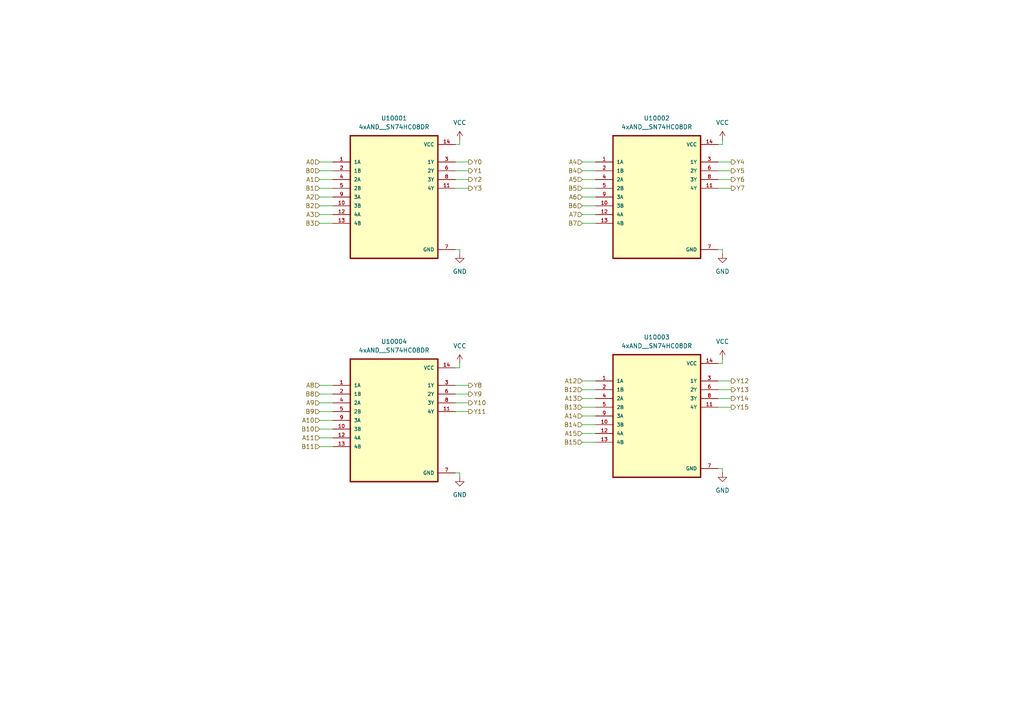
<source format=kicad_sch>
(kicad_sch (version 20250114) (generator "eeschema") (generator_version "9.0")
  (paper "A4")
  (title_block (title "16 bit AND") (company "AGH Logic Unit") (comment 1 "mALUch project"))
  (lib_symbols
    (symbol "mALUch_lib:4xAND__SN74HC08DR" (pin_names (offset 1.016))
      (property "Reference" "U" (at -12.7 18.78 0))
      (property "Value" "4xAND__SN74HC08DR" (at -12.7 -21.78 0))
      (symbol "4xAND__SN74HC08DR_0_0"
        (rectangle (start -12.7 -17.78) (end 12.7 17.78) (stroke (width 0.41)) (fill (type background)))
        (pin input line (at -17.78 10.16 0) (length 5.08) (name "1A") (number "1"))
        (pin input line (at -17.78 7.62 0) (length 5.08) (name "1B") (number "2"))
        (pin input line (at -17.78 5.08 0) (length 5.08) (name "2A") (number "4"))
        (pin input line (at -17.78 2.54 0) (length 5.08) (name "2B") (number "5"))
        (pin input line (at -17.78 0 0) (length 5.08) (name "3A") (number "9"))
        (pin input line (at -17.78 -2.54 0) (length 5.08) (name "3B") (number "10"))
        (pin input line (at -17.78 -5.08 0) (length 5.08) (name "4A") (number "12"))
        (pin input line (at -17.78 -7.62 0) (length 5.08) (name "4B") (number "13"))
        (pin power_in line (at 17.78 15.24 180) (length 5.08) (name "VCC") (number "14"))
        (pin output line (at 17.78 10.16 180) (length 5.08) (name "1Y") (number "3"))
        (pin output line (at 17.78 7.62 180) (length 5.08) (name "2Y") (number "6"))
        (pin output line (at 17.78 5.08 180) (length 5.08) (name "3Y") (number "8"))
        (pin output line (at 17.78 2.54 180) (length 5.08) (name "4Y") (number "11"))
        (pin power_in line (at 17.78 -15.24 180) (length 5.08) (name "GND") (number "7"))
      )
    )
    (symbol "power:GND" (power) (pin_numbers (hide yes)) (pin_names (offset 0) (hide yes))
      (property "Value" "GND" (at 0 -3.81 0))
      (symbol "GND_0_1"
        (polyline (pts (xy 0 0) (xy 0 -1.27) (xy 1.27 -1.27) (xy 0 -2.54) (xy -1.27 -1.27) (xy 0 -1.27)))
      )
      (symbol "GND_1_1"
        (pin power_in line (at 0 0 270) (length 0) (name "~") (number "1"))
      )
    )
    (symbol "power:VCC" (power) (pin_numbers (hide yes)) (pin_names (offset 0) (hide yes))
      (property "Value" "VCC" (at 0 3.556 0))
      (symbol "VCC_0_1"
        (polyline (pts (xy -0.762 1.27) (xy 0 2.54)))
        (polyline (pts (xy 0 2.54) (xy 0.762 1.27)))
        (polyline (pts (xy 0 0) (xy 0 2.54)))
      )
      (symbol "VCC_1_1"
        (pin power_in line (at 0 0 90) (length 0) (name "~") (number "1"))
      )
    )
  )
  (wire (pts (xy 133.35 138.43) (xy 133.35 137.16)))
  (wire (pts (xy 168.91 120.65) (xy 172.72 120.65)))
  (wire (pts (xy 133.35 105.41) (xy 133.35 106.68)))
  (wire (pts (xy 168.91 123.19) (xy 172.72 123.19)))
  (wire (pts (xy 133.35 41.91) (xy 132.08 41.91)))
  (wire (pts (xy 92.71 116.84) (xy 96.52 116.84)))
  (wire (pts (xy 132.08 46.99) (xy 135.89 46.99)))
  (wire (pts (xy 208.28 49.53) (xy 212.09 49.53)))
  (wire (pts (xy 168.91 115.57) (xy 172.72 115.57)))
  (wire (pts (xy 92.71 49.53) (xy 96.52 49.53)))
  (wire (pts (xy 132.08 119.38) (xy 135.89 119.38)))
  (wire (pts (xy 168.91 125.73) (xy 172.72 125.73)))
  (wire (pts (xy 92.71 114.3) (xy 96.52 114.3)))
  (wire (pts (xy 92.71 59.69) (xy 96.52 59.69)))
  (wire (pts (xy 209.55 41.91) (xy 208.28 41.91)))
  (wire (pts (xy 209.55 104.14) (xy 209.55 105.41)))
  (wire (pts (xy 209.55 73.66) (xy 209.55 72.39)))
  (wire (pts (xy 92.71 64.77) (xy 96.52 64.77)))
  (wire (pts (xy 208.28 110.49) (xy 212.09 110.49)))
  (wire (pts (xy 133.35 106.68) (xy 132.08 106.68)))
  (wire (pts (xy 92.71 121.92) (xy 96.52 121.92)))
  (wire (pts (xy 208.28 113.03) (xy 212.09 113.03)))
  (wire (pts (xy 209.55 105.41) (xy 208.28 105.41)))
  (wire (pts (xy 92.71 124.46) (xy 96.52 124.46)))
  (wire (pts (xy 92.71 46.99) (xy 96.52 46.99)))
  (wire (pts (xy 133.35 40.64) (xy 133.35 41.91)))
  (wire (pts (xy 209.55 137.16) (xy 209.55 135.89)))
  (wire (pts (xy 168.91 128.27) (xy 172.72 128.27)))
  (wire (pts (xy 132.08 116.84) (xy 135.89 116.84)))
  (wire (pts (xy 133.35 73.66) (xy 133.35 72.39)))
  (wire (pts (xy 168.91 118.11) (xy 172.72 118.11)))
  (wire (pts (xy 168.91 54.61) (xy 172.72 54.61)))
  (wire (pts (xy 132.08 54.61) (xy 135.89 54.61)))
  (wire (pts (xy 132.08 114.3) (xy 135.89 114.3)))
  (wire (pts (xy 92.71 62.23) (xy 96.52 62.23)))
  (wire (pts (xy 168.91 46.99) (xy 172.72 46.99)))
  (wire (pts (xy 209.55 40.64) (xy 209.55 41.91)))
  (wire (pts (xy 209.55 72.39) (xy 208.28 72.39)))
  (wire (pts (xy 92.71 111.76) (xy 96.52 111.76)))
  (wire (pts (xy 92.71 119.38) (xy 96.52 119.38)))
  (wire (pts (xy 209.55 135.89) (xy 208.28 135.89)))
  (wire (pts (xy 168.91 113.03) (xy 172.72 113.03)))
  (wire (pts (xy 92.71 54.61) (xy 96.52 54.61)))
  (wire (pts (xy 168.91 62.23) (xy 172.72 62.23)))
  (wire (pts (xy 168.91 110.49) (xy 172.72 110.49)))
  (wire (pts (xy 208.28 118.11) (xy 212.09 118.11)))
  (wire (pts (xy 168.91 57.15) (xy 172.72 57.15)))
  (wire (pts (xy 92.71 129.54) (xy 96.52 129.54)))
  (wire (pts (xy 92.71 127) (xy 96.52 127)))
  (wire (pts (xy 132.08 49.53) (xy 135.89 49.53)))
  (wire (pts (xy 208.28 52.07) (xy 212.09 52.07)))
  (wire (pts (xy 168.91 49.53) (xy 172.72 49.53)))
  (wire (pts (xy 132.08 111.76) (xy 135.89 111.76)))
  (wire (pts (xy 92.71 52.07) (xy 96.52 52.07)))
  (wire (pts (xy 133.35 72.39) (xy 132.08 72.39)))
  (wire (pts (xy 168.91 59.69) (xy 172.72 59.69)))
  (wire (pts (xy 92.71 57.15) (xy 96.52 57.15)))
  (wire (pts (xy 208.28 115.57) (xy 212.09 115.57)))
  (wire (pts (xy 168.91 52.07) (xy 172.72 52.07)))
  (wire (pts (xy 208.28 46.99) (xy 212.09 46.99)))
  (wire (pts (xy 208.28 54.61) (xy 212.09 54.61)))
  (wire (pts (xy 132.08 137.16) (xy 133.35 137.16)))
  (wire (pts (xy 132.08 52.07) (xy 135.89 52.07)))
  (wire (pts (xy 168.91 64.77) (xy 172.72 64.77)))
  (hierarchical_label "A1" (shape input) (at 92.71 52.07 180))
  (hierarchical_label "A2" (shape input) (at 92.71 57.15 180))
  (hierarchical_label "A3" (shape input) (at 92.71 62.23 180))
  (hierarchical_label "A0" (shape input) (at 92.71 46.99 180))
  (hierarchical_label "A6" (shape input) (at 168.91 57.15 180))
  (hierarchical_label "A7" (shape input) (at 168.91 62.23 180))
  (hierarchical_label "A4" (shape input) (at 168.91 46.99 180))
  (hierarchical_label "A5" (shape input) (at 168.91 52.07 180))
  (hierarchical_label "A14" (shape input) (at 168.91 120.65 180))
  (hierarchical_label "A15" (shape input) (at 168.91 125.73 180))
  (hierarchical_label "A12" (shape input) (at 168.91 110.49 180))
  (hierarchical_label "A13" (shape input) (at 168.91 115.57 180))
  (hierarchical_label "A8" (shape input) (at 92.71 111.76 180))
  (hierarchical_label "A9" (shape input) (at 92.71 116.84 180))
  (hierarchical_label "A10" (shape input) (at 92.71 121.92 180))
  (hierarchical_label "A11" (shape input) (at 92.71 127 180))
  (hierarchical_label "B0" (shape input) (at 92.71 49.53 180))
  (hierarchical_label "B1" (shape input) (at 92.71 54.61 180))
  (hierarchical_label "B2" (shape input) (at 92.71 59.69 180))
  (hierarchical_label "B3" (shape input) (at 92.71 64.77 180))
  (hierarchical_label "B7" (shape input) (at 168.91 64.77 180))
  (hierarchical_label "B5" (shape input) (at 168.91 54.61 180))
  (hierarchical_label "B6" (shape input) (at 168.91 59.69 180))
  (hierarchical_label "B4" (shape input) (at 168.91 49.53 180))
  (hierarchical_label "B15" (shape input) (at 168.91 128.27 180))
  (hierarchical_label "B13" (shape input) (at 168.91 118.11 180))
  (hierarchical_label "B14" (shape input) (at 168.91 123.19 180))
  (hierarchical_label "B12" (shape input) (at 168.91 113.03 180))
  (hierarchical_label "B8" (shape input) (at 92.71 114.3 180))
  (hierarchical_label "B9" (shape input) (at 92.71 119.38 180))
  (hierarchical_label "B10" (shape input) (at 92.71 124.46 180))
  (hierarchical_label "B11" (shape input) (at 92.71 129.54 180))
  (hierarchical_label "Y0" (shape output) (at 135.89 46.99 0))
  (hierarchical_label "Y1" (shape output) (at 135.89 49.53 0))
  (hierarchical_label "Y2" (shape output) (at 135.89 52.07 0))
  (hierarchical_label "Y3" (shape output) (at 135.89 54.61 0))
  (hierarchical_label "Y4" (shape output) (at 212.09 46.99 0))
  (hierarchical_label "Y5" (shape output) (at 212.09 49.53 0))
  (hierarchical_label "Y6" (shape output) (at 212.09 52.07 0))
  (hierarchical_label "Y7" (shape output) (at 212.09 54.61 0))
  (hierarchical_label "Y12" (shape output) (at 212.09 110.49 0))
  (hierarchical_label "Y13" (shape output) (at 212.09 113.03 0))
  (hierarchical_label "Y14" (shape output) (at 212.09 115.57 0))
  (hierarchical_label "Y15" (shape output) (at 212.09 118.11 0))
  (hierarchical_label "Y8" (shape output) (at 135.89 111.76 0))
  (hierarchical_label "Y9" (shape output) (at 135.89 114.3 0))
  (hierarchical_label "Y10" (shape output) (at 135.89 116.84 0))
  (hierarchical_label "Y11" (shape output) (at 135.89 119.38 0))
  (symbol (lib_id "mALUch_lib:4xAND__SN74HC08DR") (at 114.3 57.15 0) (unit 1)
    (property "Reference" "U10001" (at 114.3 34.29 0))
    (property "Value" "4xAND__SN74HC08DR" (at 114.3 36.83 0))
    (property "Footprint" "mALUch_lib:SOIC127P600X175-14N" (effects (hide yes)))
    (property "MF" "Texas Instruments" (effects (hide yes)))
    (property "Description_1" "4-ch, 2-input, 2-V to 6-V 5.2 mA drive strength AND gate" (effects (hide yes)))
    (property "Package" "SOIC-14 Texas Instruments" (effects (hide yes)))
    (property "Price" "None" (effects (hide yes)))
    (property "SnapEDA_Link" "https://www.snapeda.com/parts/SN74HC08DR/Texas+Instruments/view-part/?ref=snap" (effects (hide yes)))
    (property "MP" "SN74HC08DR" (effects (hide yes)))
    (property "Availability" "In Stock" (effects (hide yes)))
    (property "Check_prices" "https://www.snapeda.com/parts/SN74HC08DR/Texas+Instruments/view-part/?ref=eda" (effects (hide yes)))
  )
  (symbol (lib_id "power:VCC") (at 209.55 104.14 0) (unit 1)
    (property "Reference" "#PWR010005" (effects (hide yes)))
    (property "Value" "VCC" (at 209.55 99.06 0))
    (property "Description" "Power symbol creates a global label with name \"VCC\"" (effects (hide yes)))
  )
  (symbol (lib_id "power:GND") (at 209.55 73.66 0) (unit 1)
    (property "Reference" "#PWR010004" (effects (hide yes)))
    (property "Value" "GND" (at 209.55 78.74 0))
    (property "Description" "Power symbol creates a global label with name \"GND\" , ground" (effects (hide yes)))
  )
  (symbol (lib_id "mALUch_lib:4xAND__SN74HC08DR") (at 190.5 57.15 0) (unit 1)
    (property "Reference" "U10002" (at 190.5 34.29 0))
    (property "Value" "4xAND__SN74HC08DR" (at 190.5 36.83 0))
    (property "Footprint" "mALUch_lib:SOIC127P600X175-14N" (effects (hide yes)))
    (property "MF" "Texas Instruments" (effects (hide yes)))
    (property "Description_1" "4-ch, 2-input, 2-V to 6-V 5.2 mA drive strength AND gate" (effects (hide yes)))
    (property "Package" "SOIC-14 Texas Instruments" (effects (hide yes)))
    (property "Price" "None" (effects (hide yes)))
    (property "SnapEDA_Link" "https://www.snapeda.com/parts/SN74HC08DR/Texas+Instruments/view-part/?ref=snap" (effects (hide yes)))
    (property "MP" "SN74HC08DR" (effects (hide yes)))
    (property "Availability" "In Stock" (effects (hide yes)))
    (property "Check_prices" "https://www.snapeda.com/parts/SN74HC08DR/Texas+Instruments/view-part/?ref=eda" (effects (hide yes)))
  )
  (symbol (lib_id "power:GND") (at 133.35 138.43 0) (unit 1)
    (property "Reference" "#PWR010008" (effects (hide yes)))
    (property "Value" "GND" (at 133.35 143.51 0))
    (property "Description" "Power symbol creates a global label with name \"GND\" , ground" (effects (hide yes)))
  )
  (symbol (lib_id "mALUch_lib:4xAND__SN74HC08DR") (at 114.3 121.92 0) (unit 1)
    (property "Reference" "U10004" (at 114.3 99.06 0))
    (property "Value" "4xAND__SN74HC08DR" (at 114.3 101.6 0))
    (property "Footprint" "mALUch_lib:SOIC127P600X175-14N" (effects (hide yes)))
    (property "MF" "Texas Instruments" (effects (hide yes)))
    (property "Description_1" "4-ch, 2-input, 2-V to 6-V 5.2 mA drive strength AND gate" (effects (hide yes)))
    (property "Package" "SOIC-14 Texas Instruments" (effects (hide yes)))
    (property "Price" "None" (effects (hide yes)))
    (property "SnapEDA_Link" "https://www.snapeda.com/parts/SN74HC08DR/Texas+Instruments/view-part/?ref=snap" (effects (hide yes)))
    (property "MP" "SN74HC08DR" (effects (hide yes)))
    (property "Availability" "In Stock" (effects (hide yes)))
    (property "Check_prices" "https://www.snapeda.com/parts/SN74HC08DR/Texas+Instruments/view-part/?ref=eda" (effects (hide yes)))
  )
  (symbol (lib_id "power:VCC") (at 133.35 40.64 0) (unit 1)
    (property "Reference" "#PWR010001" (effects (hide yes)))
    (property "Value" "VCC" (at 133.35 35.56 0))
    (property "Description" "Power symbol creates a global label with name \"VCC\"" (effects (hide yes)))
  )
  (symbol (lib_id "power:VCC") (at 209.55 40.64 0) (unit 1)
    (property "Reference" "#PWR010002" (effects (hide yes)))
    (property "Value" "VCC" (at 209.55 35.56 0))
    (property "Description" "Power symbol creates a global label with name \"VCC\"" (effects (hide yes)))
  )
  (symbol (lib_id "power:GND") (at 209.55 137.16 0) (unit 1)
    (property "Reference" "#PWR010007" (effects (hide yes)))
    (property "Value" "GND" (at 209.55 142.24 0))
    (property "Description" "Power symbol creates a global label with name \"GND\" , ground" (effects (hide yes)))
  )
  (symbol (lib_id "mALUch_lib:4xAND__SN74HC08DR") (at 190.5 120.65 0) (unit 1)
    (property "Reference" "U10003" (at 190.5 97.79 0))
    (property "Value" "4xAND__SN74HC08DR" (at 190.5 100.33 0))
    (property "Footprint" "mALUch_lib:SOIC127P600X175-14N" (effects (hide yes)))
    (property "MF" "Texas Instruments" (effects (hide yes)))
    (property "Description_1" "4-ch, 2-input, 2-V to 6-V 5.2 mA drive strength AND gate" (effects (hide yes)))
    (property "Package" "SOIC-14 Texas Instruments" (effects (hide yes)))
    (property "Price" "None" (effects (hide yes)))
    (property "SnapEDA_Link" "https://www.snapeda.com/parts/SN74HC08DR/Texas+Instruments/view-part/?ref=snap" (effects (hide yes)))
    (property "MP" "SN74HC08DR" (effects (hide yes)))
    (property "Availability" "In Stock" (effects (hide yes)))
    (property "Check_prices" "https://www.snapeda.com/parts/SN74HC08DR/Texas+Instruments/view-part/?ref=eda" (effects (hide yes)))
  )
  (symbol (lib_id "power:VCC") (at 133.35 105.41 0) (unit 1)
    (property "Reference" "#PWR010006" (effects (hide yes)))
    (property "Value" "VCC" (at 133.35 100.33 0))
    (property "Description" "Power symbol creates a global label with name \"VCC\"" (effects (hide yes)))
  )
  (symbol (lib_id "power:GND") (at 133.35 73.66 0) (unit 1)
    (property "Reference" "#PWR010003" (effects (hide yes)))
    (property "Value" "GND" (at 133.35 78.74 0))
    (property "Description" "Power symbol creates a global label with name \"GND\" , ground" (effects (hide yes)))
  )
)
</source>
